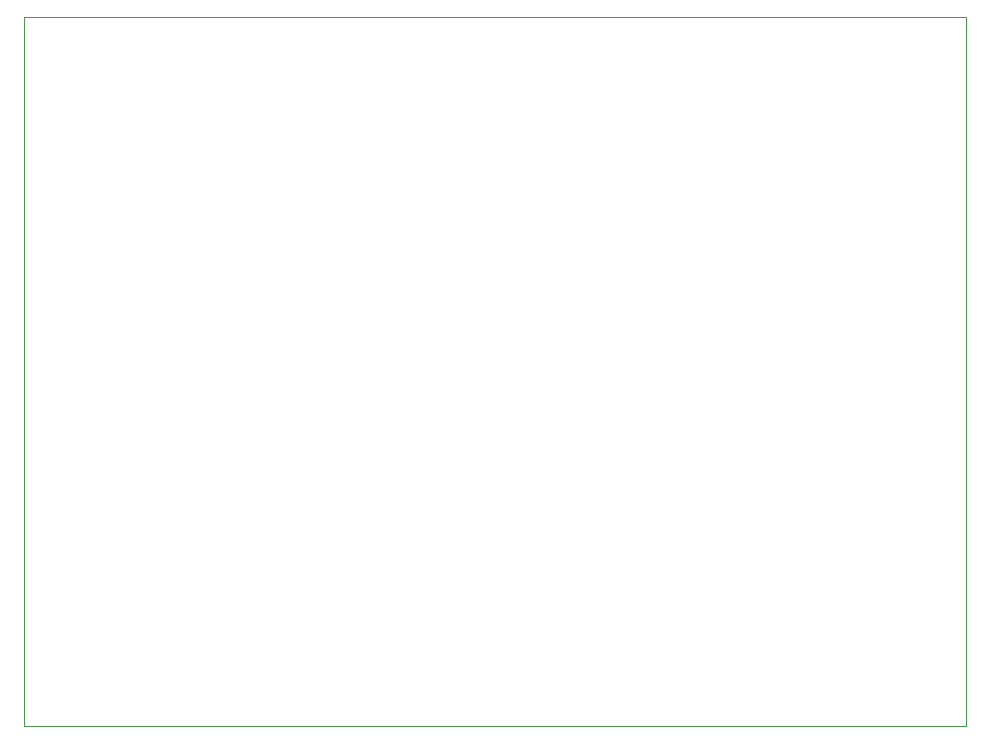
<source format=gbr>
G04 #@! TF.FileFunction,Profile,NP*
%FSLAX46Y46*%
G04 Gerber Fmt 4.6, Leading zero omitted, Abs format (unit mm)*
G04 Created by KiCad (PCBNEW 4.0.5) date 02/17/17 11:47:38*
%MOMM*%
%LPD*%
G01*
G04 APERTURE LIST*
%ADD10C,0.100000*%
%ADD11C,0.030000*%
G04 APERTURE END LIST*
D10*
D11*
X171750000Y-121500000D02*
X92000000Y-121500000D01*
X171750000Y-61500000D02*
X171750000Y-121500000D01*
X92000000Y-61500000D02*
X171750000Y-61500000D01*
X92000000Y-121500000D02*
X92000000Y-61500000D01*
M02*

</source>
